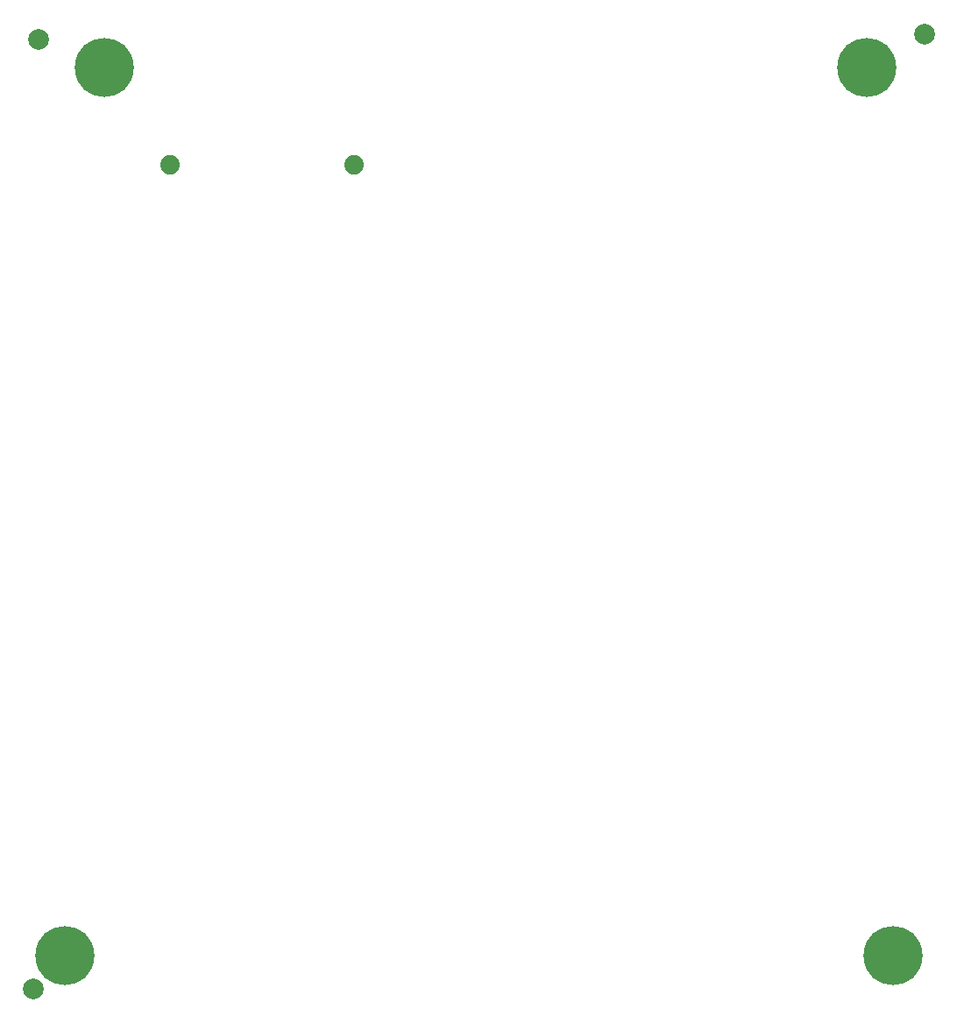
<source format=gbs>
%TF.GenerationSoftware,KiCad,Pcbnew,8.0.8*%
%TF.CreationDate,2025-03-18T17:19:46-07:00*%
%TF.ProjectId,MPPT_addon_board,4d505054-5f61-4646-946f-6e5f626f6172,1.4*%
%TF.SameCoordinates,Original*%
%TF.FileFunction,Soldermask,Bot*%
%TF.FilePolarity,Negative*%
%FSLAX46Y46*%
G04 Gerber Fmt 4.6, Leading zero omitted, Abs format (unit mm)*
G04 Created by KiCad (PCBNEW 8.0.8) date 2025-03-18 17:19:46*
%MOMM*%
%LPD*%
G01*
G04 APERTURE LIST*
%ADD10C,5.701600*%
%ADD11C,1.881600*%
%ADD12C,2.000000*%
G04 APERTURE END LIST*
D10*
X107236100Y-57564100D03*
X103426100Y-143294100D03*
X183426100Y-143294100D03*
X180896100Y-57564100D03*
D11*
X113540000Y-66950000D03*
X131320000Y-66950000D03*
D12*
X186436000Y-54356000D03*
X100838000Y-54864000D03*
X100330000Y-146558000D03*
M02*

</source>
